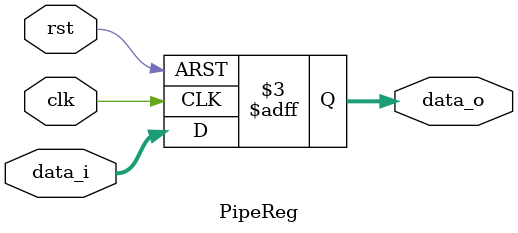
<source format=v>
module PipeReg #(
    parameter size = 0
)
(
    input clk,
    input rst,
    input signed [size-1:0] data_i,
    output reg signed [size-1:0] data_o
);

//module PipeReg(
//    clk,
//    rst,
//    data_i,
//    data_o
//);

//parameter size = 0;
//input clk;
//input rst;
//input [size-1:0] data_i;
//output reg [size-1:0] data_o;

    always@(posedge clk, negedge rst)begin
        if(~rst)
            data_o <= 0;
        else
            data_o <= data_i;
    end

endmodule

</source>
